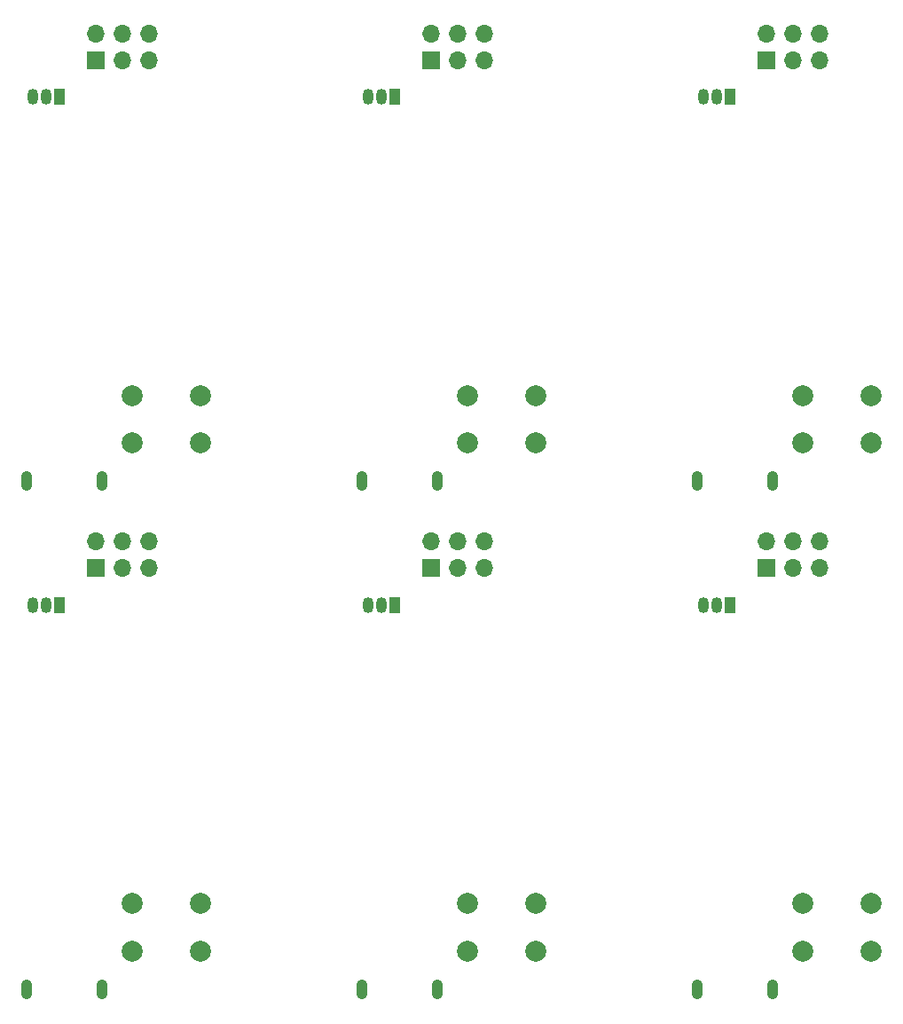
<source format=gbr>
G04 #@! TF.GenerationSoftware,KiCad,Pcbnew,(5.1.9)-1*
G04 #@! TF.CreationDate,2021-03-20T12:11:53+01:00*
G04 #@! TF.ProjectId,IM350,494d3335-302e-46b6-9963-61645f706362,rev?*
G04 #@! TF.SameCoordinates,Original*
G04 #@! TF.FileFunction,Soldermask,Bot*
G04 #@! TF.FilePolarity,Negative*
%FSLAX46Y46*%
G04 Gerber Fmt 4.6, Leading zero omitted, Abs format (unit mm)*
G04 Created by KiCad (PCBNEW (5.1.9)-1) date 2021-03-20 12:11:53*
%MOMM*%
%LPD*%
G01*
G04 APERTURE LIST*
%ADD10O,1.700000X1.700000*%
%ADD11R,1.700000X1.700000*%
%ADD12C,2.000000*%
%ADD13R,1.050000X1.500000*%
%ADD14O,1.050000X1.500000*%
%ADD15O,1.050000X1.900000*%
G04 APERTURE END LIST*
D10*
X75040000Y-41460000D03*
X75040000Y-44000000D03*
X72500000Y-41460000D03*
X72500000Y-44000000D03*
X69960000Y-41460000D03*
D11*
X69960000Y-44000000D03*
D10*
X75040000Y-89960000D03*
X75040000Y-92500000D03*
X72500000Y-89960000D03*
X72500000Y-92500000D03*
X69960000Y-89960000D03*
D11*
X69960000Y-92500000D03*
D10*
X107040000Y-89960000D03*
X107040000Y-92500000D03*
X104500000Y-89960000D03*
X104500000Y-92500000D03*
X101960000Y-89960000D03*
D11*
X101960000Y-92500000D03*
D10*
X107040000Y-41460000D03*
X107040000Y-44000000D03*
X104500000Y-41460000D03*
X104500000Y-44000000D03*
X101960000Y-41460000D03*
D11*
X101960000Y-44000000D03*
D10*
X139040000Y-41460000D03*
X139040000Y-44000000D03*
X136500000Y-41460000D03*
X136500000Y-44000000D03*
X133960000Y-41460000D03*
D11*
X133960000Y-44000000D03*
D10*
X139040000Y-89960000D03*
X139040000Y-92500000D03*
X136500000Y-89960000D03*
X136500000Y-92500000D03*
X133960000Y-89960000D03*
D11*
X133960000Y-92500000D03*
D12*
X144000000Y-124500000D03*
X144000000Y-129000000D03*
X137500000Y-124500000D03*
X137500000Y-129000000D03*
D13*
X130500000Y-47500000D03*
D14*
X127960000Y-47500000D03*
X129230000Y-47500000D03*
D15*
X127425000Y-84200000D03*
X134575000Y-84200000D03*
X134575000Y-132700000D03*
X127425000Y-132700000D03*
D14*
X129230000Y-96000000D03*
X127960000Y-96000000D03*
D13*
X130500000Y-96000000D03*
D12*
X137500000Y-80500000D03*
X137500000Y-76000000D03*
X144000000Y-80500000D03*
X144000000Y-76000000D03*
X105500000Y-129000000D03*
X105500000Y-124500000D03*
X112000000Y-129000000D03*
X112000000Y-124500000D03*
D14*
X97230000Y-47500000D03*
X95960000Y-47500000D03*
D13*
X98500000Y-47500000D03*
D15*
X102575000Y-84200000D03*
X95425000Y-84200000D03*
D13*
X98500000Y-96000000D03*
D14*
X95960000Y-96000000D03*
X97230000Y-96000000D03*
D15*
X95425000Y-132700000D03*
X102575000Y-132700000D03*
D12*
X112000000Y-76000000D03*
X112000000Y-80500000D03*
X105500000Y-76000000D03*
X105500000Y-80500000D03*
D14*
X65230000Y-96000000D03*
X63960000Y-96000000D03*
D13*
X66500000Y-96000000D03*
D15*
X70575000Y-132700000D03*
X63425000Y-132700000D03*
D12*
X80000000Y-124500000D03*
X80000000Y-129000000D03*
X73500000Y-124500000D03*
X73500000Y-129000000D03*
D13*
X66500000Y-47500000D03*
D14*
X63960000Y-47500000D03*
X65230000Y-47500000D03*
D15*
X63425000Y-84200000D03*
X70575000Y-84200000D03*
D12*
X73500000Y-80500000D03*
X73500000Y-76000000D03*
X80000000Y-80500000D03*
X80000000Y-76000000D03*
M02*

</source>
